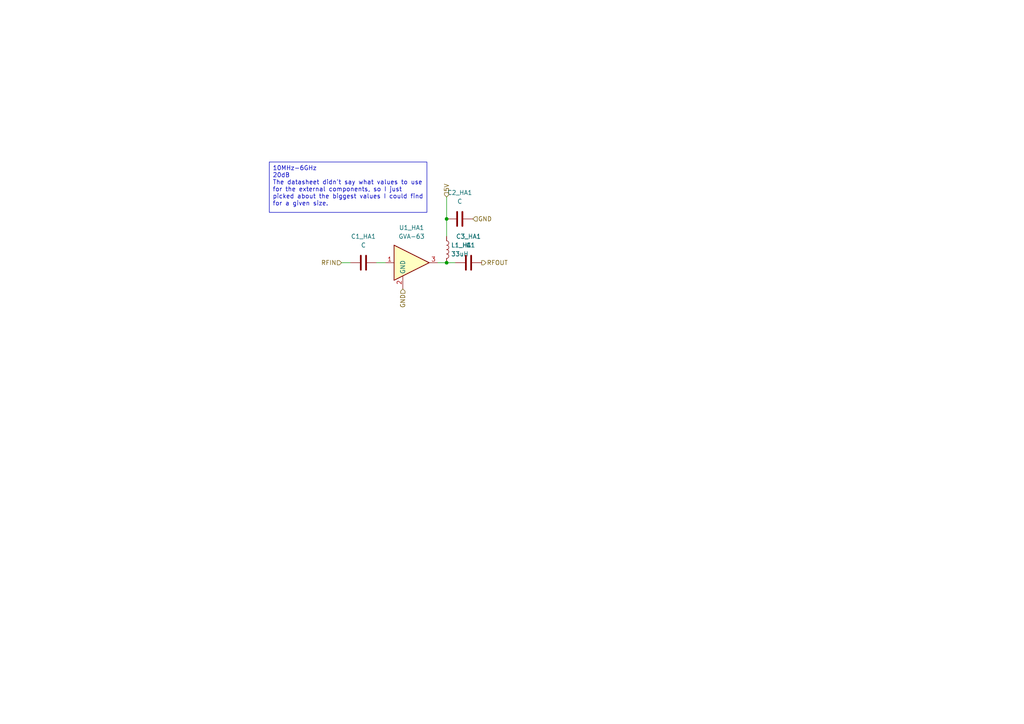
<source format=kicad_sch>
(kicad_sch (version 20231120) (generator "eeschema") (generator_version "8.0")
  (paper "A4")
  (lib_symbols
    (symbol "Device:C" (pin_numbers hide) (pin_names (offset 0.254))
      (property "Reference" "C" (at 0.635 2.54 0))
      (property "Value" "C" (at 0.635 -2.54 0))
      (symbol "C_0_1"
        (polyline (pts (xy -2.032 -0.762) (xy 2.032 -0.762)) (stroke (width 0.508)))
        (polyline (pts (xy -2.032 0.762) (xy 2.032 0.762)) (stroke (width 0.508)))
      )
      (symbol "C_1_1"
        (pin passive line (at 0 3.81 270) (length 2.794) (name "~") (number "1"))
        (pin passive line (at 0 -3.81 90) (length 2.794) (name "~") (number "2"))
      )
    )
    (symbol "Device:L" (pin_numbers hide) (pin_names (offset 1.016) hide)
      (property "Reference" "L" (at -1.27 0 90))
      (property "Value" "L" (at 1.905 0 90))
      (symbol "L_0_1"
        (arc (start 0 -2.54) (mid 0.6323 -1.905) (end 0 -1.27))
        (arc (start 0 -1.27) (mid 0.6323 -0.635) (end 0 0))
        (arc (start 0 0) (mid 0.6323 0.635) (end 0 1.27))
        (arc (start 0 1.27) (mid 0.6323 1.905) (end 0 2.54))
      )
      (symbol "L_1_1"
        (pin passive line (at 0 3.81 270) (length 1.27) (name "1") (number "1"))
        (pin passive line (at 0 -3.81 90) (length 1.27) (name "2") (number "2"))
      )
    )
    (symbol "RF_Amplifier:GVA-63"
      (property "Reference" "U" (at -1.27 7.62 0))
      (property "Value" "GVA-63" (at 2.54 5.08 0))
      (symbol "GVA-63_0_1"
        (polyline (pts (xy 5.08 0) (xy -5.08 5.08) (xy -5.08 -5.08) (xy 5.08 0)) (stroke (width 0.254)) (fill (type background)))
      )
      (symbol "GVA-63_1_1"
        (pin input line (at -7.62 0 0) (length 2.54) (name "~") (number "1"))
        (pin power_in line (at -2.54 -7.62 90) (length 3.81) (name "GND") (number "2"))
        (pin output line (at 7.62 0 180) (length 2.54) (name "~") (number "3"))
      )
    )
  )
  (junction (at 129.54 76.2))
  (junction (at 129.54 63.5))
  (wire (pts (xy 99.06 76.2) (xy 101.6 76.2)))
  (wire (pts (xy 109.22 76.2) (xy 111.76 76.2)))
  (wire (pts (xy 129.54 57.15) (xy 129.54 63.5)))
  (wire (pts (xy 129.54 76.2) (xy 127 76.2)))
  (wire (pts (xy 129.54 63.5) (xy 129.54 68.58)))
  (wire (pts (xy 132.08 76.2) (xy 129.54 76.2)))
  (text_box "10MHz-6GHz\n20dB\nThe datasheet didn't say what values to use for the external components, so I just picked about the biggest values I could find for a given size." (at 78.105 46.99 0) (size 45.72 14.605) (effects (font (size 1.27 1.27)) (justify left top)))
  (hierarchical_label "GND" (shape input) (at 137.16 63.5 0))
  (hierarchical_label "GND" (shape input) (at 116.84 83.82 270))
  (hierarchical_label "5V" (shape input) (at 129.54 57.15 90))
  (hierarchical_label "RFOUT" (shape output) (at 139.7 76.2 0))
  (hierarchical_label "RFIN" (shape input) (at 99.06 76.2 180))
  (symbol (lib_id "RF_Amplifier:GVA-63") (at 119.38 76.2 0) (unit 1)
    (property "Reference" "U1_HA1" (at 119.38 66.04 0))
    (property "Value" "GVA-63" (at 119.38 68.58 0))
    (property "Footprint" "Package_TO_SOT_SMD:SOT-89-3" (effects (hide yes)))
    (property "Datasheet" "https://www.minicircuits.com/pdfs/GVA-63+.pdf" (effects (hide yes)))
    (property "Description" "4.6dB 10MHz~6GHz 15.9dB CATV,DBS,LTE,MMDS,WLAN SOT-89  RF Amplifiers ROHS" (effects (hide yes)))
    (property "MFR" "GVA-63+" (effects (hide yes)))
    (property "LCSC" "C3193270" (effects (hide yes)))
    (property "URL" "https://jlcpcb.com/partdetail/minicircuits-GVA_63/C3193270" (effects (hide yes)))
  )
  (symbol (lib_id "Device:C") (at 105.41 76.2 90) (unit 1)
    (property "Reference" "C1_HA1" (at 105.41 68.58 90))
    (property "Value" "C" (at 105.41 71.12 90))
    (property "Footprint" "Capacitor_SMD:C_0402_1005Metric" (effects (hide yes)))
    (property "Description" "10V 10uF X5R ±20% 0402  Multilayer Ceramic Capacitors MLCC - SMD/SMT ROHS" (effects (hide yes)))
    (property "MFR" "CL05A106MP5NUNC" (effects (hide yes)))
    (property "LCSC" "C315248" (effects (hide yes)))
    (property "URL" "https://jlcpcb.com/partdetail/297154-CL05A106MP5NUNC/C315248" (effects (hide yes)))
  )
  (symbol (lib_id "Device:C") (at 135.89 76.2 90) (unit 1)
    (property "Reference" "C3_HA1" (at 135.89 68.58 90))
    (property "Value" "C" (at 135.89 71.12 90))
    (property "Footprint" "Capacitor_SMD:C_0402_1005Metric" (effects (hide yes)))
    (property "Description" "10V 10uF X5R ±20% 0402  Multilayer Ceramic Capacitors MLCC - SMD/SMT ROHS" (effects (hide yes)))
    (property "MFR" "CL05A106MP5NUNC" (effects (hide yes)))
    (property "LCSC" "C315248" (effects (hide yes)))
    (property "URL" "https://jlcpcb.com/partdetail/297154-CL05A106MP5NUNC/C315248" (effects (hide yes)))
  )
  (symbol (lib_id "Device:L") (at 129.54 72.39 0) (unit 1)
    (property "Reference" "L1_HA1" (at 130.81 71.1199 0) (effects (justify left)))
    (property "Value" "33uH" (at 130.81 73.6599 0) (effects (justify left)))
    (property "Footprint" "Inductor_SMD:L_0603_1608Metric" (effects (hide yes)))
    (property "Description" "120mA 33uH ±10% 8.58Ω 0603  Inductors (SMD) ROHS" (effects (hide yes)))
    (property "MFR" "YWLD1608-330K" (effects (hide yes)))
    (property "LCSC" "C5339211" (effects (hide yes)))
    (property "URL" "https://jlcpcb.com/partdetail/Yjycoin-YWLD1608330K/C5339211" (effects (hide yes)))
  )
  (symbol (lib_id "Device:C") (at 133.35 63.5 90) (unit 1)
    (property "Reference" "C2_HA1" (at 133.35 55.88 90))
    (property "Value" "C" (at 133.35 58.42 90))
    (property "Footprint" "Capacitor_SMD:C_0402_1005Metric" (effects (hide yes)))
    (property "Description" "10V 10uF X5R ±20% 0402  Multilayer Ceramic Capacitors MLCC - SMD/SMT ROHS" (effects (hide yes)))
    (property "MFR" "CL05A106MP5NUNC" (effects (hide yes)))
    (property "LCSC" "C315248" (effects (hide yes)))
    (property "URL" "https://jlcpcb.com/partdetail/297154-CL05A106MP5NUNC/C315248" (effects (hide yes)))
  )
)
</source>
